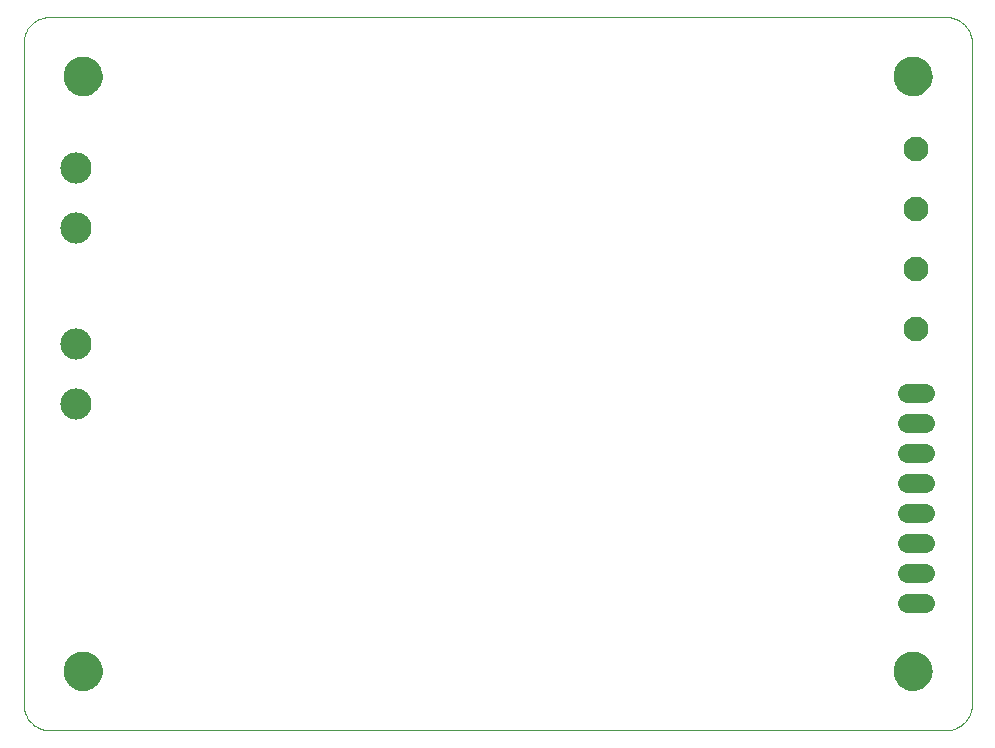
<source format=gbs>
G75*
G70*
%OFA0B0*%
%FSLAX24Y24*%
%IPPOS*%
%LPD*%
%AMOC8*
5,1,8,0,0,1.08239X$1,22.5*
%
%ADD10C,0.0000*%
%ADD11C,0.1300*%
%ADD12C,0.1040*%
%ADD13C,0.0827*%
%ADD14C,0.0634*%
D10*
X003736Y007660D02*
X033762Y007660D01*
X033763Y007660D02*
X033820Y007666D01*
X033877Y007676D01*
X033933Y007690D01*
X033988Y007708D01*
X034042Y007729D01*
X034094Y007754D01*
X034144Y007783D01*
X034192Y007815D01*
X034238Y007850D01*
X034282Y007888D01*
X034322Y007928D01*
X034360Y007972D01*
X034395Y008018D01*
X034427Y008066D01*
X034456Y008116D01*
X034481Y008168D01*
X034502Y008222D01*
X034520Y008277D01*
X034534Y008333D01*
X034544Y008390D01*
X034550Y008447D01*
X034550Y030637D01*
X034550Y030638D02*
X034544Y030695D01*
X034534Y030752D01*
X034520Y030808D01*
X034502Y030863D01*
X034481Y030917D01*
X034456Y030969D01*
X034427Y031019D01*
X034395Y031067D01*
X034360Y031113D01*
X034322Y031157D01*
X034282Y031197D01*
X034238Y031235D01*
X034192Y031270D01*
X034144Y031302D01*
X034094Y031331D01*
X034042Y031356D01*
X033988Y031377D01*
X033933Y031395D01*
X033877Y031409D01*
X033820Y031419D01*
X033763Y031425D01*
X033762Y031425D02*
X003736Y031425D01*
X003679Y031419D01*
X003622Y031409D01*
X003566Y031395D01*
X003511Y031377D01*
X003457Y031356D01*
X003405Y031331D01*
X003355Y031302D01*
X003307Y031270D01*
X003261Y031235D01*
X003217Y031197D01*
X003177Y031157D01*
X003139Y031113D01*
X003104Y031067D01*
X003072Y031019D01*
X003043Y030969D01*
X003018Y030917D01*
X002997Y030863D01*
X002979Y030808D01*
X002965Y030752D01*
X002955Y030695D01*
X002949Y030638D01*
X002949Y030637D02*
X002949Y008447D01*
X002955Y008390D01*
X002965Y008333D01*
X002979Y008277D01*
X002997Y008222D01*
X003018Y008168D01*
X003043Y008116D01*
X003072Y008066D01*
X003104Y008018D01*
X003139Y007972D01*
X003177Y007928D01*
X003217Y007888D01*
X003261Y007850D01*
X003307Y007815D01*
X003355Y007783D01*
X003405Y007754D01*
X003457Y007729D01*
X003511Y007708D01*
X003566Y007690D01*
X003622Y007676D01*
X003679Y007666D01*
X003736Y007660D01*
X004287Y009629D02*
X004289Y009679D01*
X004295Y009729D01*
X004305Y009778D01*
X004319Y009826D01*
X004336Y009873D01*
X004357Y009918D01*
X004382Y009962D01*
X004410Y010003D01*
X004442Y010042D01*
X004476Y010079D01*
X004513Y010113D01*
X004553Y010143D01*
X004595Y010170D01*
X004639Y010194D01*
X004685Y010215D01*
X004732Y010231D01*
X004780Y010244D01*
X004830Y010253D01*
X004879Y010258D01*
X004930Y010259D01*
X004980Y010256D01*
X005029Y010249D01*
X005078Y010238D01*
X005126Y010223D01*
X005172Y010205D01*
X005217Y010183D01*
X005260Y010157D01*
X005301Y010128D01*
X005340Y010096D01*
X005376Y010061D01*
X005408Y010023D01*
X005438Y009983D01*
X005465Y009940D01*
X005488Y009896D01*
X005507Y009850D01*
X005523Y009802D01*
X005535Y009753D01*
X005543Y009704D01*
X005547Y009654D01*
X005547Y009604D01*
X005543Y009554D01*
X005535Y009505D01*
X005523Y009456D01*
X005507Y009408D01*
X005488Y009362D01*
X005465Y009318D01*
X005438Y009275D01*
X005408Y009235D01*
X005376Y009197D01*
X005340Y009162D01*
X005301Y009130D01*
X005260Y009101D01*
X005217Y009075D01*
X005172Y009053D01*
X005126Y009035D01*
X005078Y009020D01*
X005029Y009009D01*
X004980Y009002D01*
X004930Y008999D01*
X004879Y009000D01*
X004830Y009005D01*
X004780Y009014D01*
X004732Y009027D01*
X004685Y009043D01*
X004639Y009064D01*
X004595Y009088D01*
X004553Y009115D01*
X004513Y009145D01*
X004476Y009179D01*
X004442Y009216D01*
X004410Y009255D01*
X004382Y009296D01*
X004357Y009340D01*
X004336Y009385D01*
X004319Y009432D01*
X004305Y009480D01*
X004295Y009529D01*
X004289Y009579D01*
X004287Y009629D01*
X004287Y029456D02*
X004289Y029506D01*
X004295Y029556D01*
X004305Y029605D01*
X004319Y029653D01*
X004336Y029700D01*
X004357Y029745D01*
X004382Y029789D01*
X004410Y029830D01*
X004442Y029869D01*
X004476Y029906D01*
X004513Y029940D01*
X004553Y029970D01*
X004595Y029997D01*
X004639Y030021D01*
X004685Y030042D01*
X004732Y030058D01*
X004780Y030071D01*
X004830Y030080D01*
X004879Y030085D01*
X004930Y030086D01*
X004980Y030083D01*
X005029Y030076D01*
X005078Y030065D01*
X005126Y030050D01*
X005172Y030032D01*
X005217Y030010D01*
X005260Y029984D01*
X005301Y029955D01*
X005340Y029923D01*
X005376Y029888D01*
X005408Y029850D01*
X005438Y029810D01*
X005465Y029767D01*
X005488Y029723D01*
X005507Y029677D01*
X005523Y029629D01*
X005535Y029580D01*
X005543Y029531D01*
X005547Y029481D01*
X005547Y029431D01*
X005543Y029381D01*
X005535Y029332D01*
X005523Y029283D01*
X005507Y029235D01*
X005488Y029189D01*
X005465Y029145D01*
X005438Y029102D01*
X005408Y029062D01*
X005376Y029024D01*
X005340Y028989D01*
X005301Y028957D01*
X005260Y028928D01*
X005217Y028902D01*
X005172Y028880D01*
X005126Y028862D01*
X005078Y028847D01*
X005029Y028836D01*
X004980Y028829D01*
X004930Y028826D01*
X004879Y028827D01*
X004830Y028832D01*
X004780Y028841D01*
X004732Y028854D01*
X004685Y028870D01*
X004639Y028891D01*
X004595Y028915D01*
X004553Y028942D01*
X004513Y028972D01*
X004476Y029006D01*
X004442Y029043D01*
X004410Y029082D01*
X004382Y029123D01*
X004357Y029167D01*
X004336Y029212D01*
X004319Y029259D01*
X004305Y029307D01*
X004295Y029356D01*
X004289Y029406D01*
X004287Y029456D01*
X031951Y029456D02*
X031953Y029506D01*
X031959Y029556D01*
X031969Y029605D01*
X031983Y029653D01*
X032000Y029700D01*
X032021Y029745D01*
X032046Y029789D01*
X032074Y029830D01*
X032106Y029869D01*
X032140Y029906D01*
X032177Y029940D01*
X032217Y029970D01*
X032259Y029997D01*
X032303Y030021D01*
X032349Y030042D01*
X032396Y030058D01*
X032444Y030071D01*
X032494Y030080D01*
X032543Y030085D01*
X032594Y030086D01*
X032644Y030083D01*
X032693Y030076D01*
X032742Y030065D01*
X032790Y030050D01*
X032836Y030032D01*
X032881Y030010D01*
X032924Y029984D01*
X032965Y029955D01*
X033004Y029923D01*
X033040Y029888D01*
X033072Y029850D01*
X033102Y029810D01*
X033129Y029767D01*
X033152Y029723D01*
X033171Y029677D01*
X033187Y029629D01*
X033199Y029580D01*
X033207Y029531D01*
X033211Y029481D01*
X033211Y029431D01*
X033207Y029381D01*
X033199Y029332D01*
X033187Y029283D01*
X033171Y029235D01*
X033152Y029189D01*
X033129Y029145D01*
X033102Y029102D01*
X033072Y029062D01*
X033040Y029024D01*
X033004Y028989D01*
X032965Y028957D01*
X032924Y028928D01*
X032881Y028902D01*
X032836Y028880D01*
X032790Y028862D01*
X032742Y028847D01*
X032693Y028836D01*
X032644Y028829D01*
X032594Y028826D01*
X032543Y028827D01*
X032494Y028832D01*
X032444Y028841D01*
X032396Y028854D01*
X032349Y028870D01*
X032303Y028891D01*
X032259Y028915D01*
X032217Y028942D01*
X032177Y028972D01*
X032140Y029006D01*
X032106Y029043D01*
X032074Y029082D01*
X032046Y029123D01*
X032021Y029167D01*
X032000Y029212D01*
X031983Y029259D01*
X031969Y029307D01*
X031959Y029356D01*
X031953Y029406D01*
X031951Y029456D01*
X031951Y009629D02*
X031953Y009679D01*
X031959Y009729D01*
X031969Y009778D01*
X031983Y009826D01*
X032000Y009873D01*
X032021Y009918D01*
X032046Y009962D01*
X032074Y010003D01*
X032106Y010042D01*
X032140Y010079D01*
X032177Y010113D01*
X032217Y010143D01*
X032259Y010170D01*
X032303Y010194D01*
X032349Y010215D01*
X032396Y010231D01*
X032444Y010244D01*
X032494Y010253D01*
X032543Y010258D01*
X032594Y010259D01*
X032644Y010256D01*
X032693Y010249D01*
X032742Y010238D01*
X032790Y010223D01*
X032836Y010205D01*
X032881Y010183D01*
X032924Y010157D01*
X032965Y010128D01*
X033004Y010096D01*
X033040Y010061D01*
X033072Y010023D01*
X033102Y009983D01*
X033129Y009940D01*
X033152Y009896D01*
X033171Y009850D01*
X033187Y009802D01*
X033199Y009753D01*
X033207Y009704D01*
X033211Y009654D01*
X033211Y009604D01*
X033207Y009554D01*
X033199Y009505D01*
X033187Y009456D01*
X033171Y009408D01*
X033152Y009362D01*
X033129Y009318D01*
X033102Y009275D01*
X033072Y009235D01*
X033040Y009197D01*
X033004Y009162D01*
X032965Y009130D01*
X032924Y009101D01*
X032881Y009075D01*
X032836Y009053D01*
X032790Y009035D01*
X032742Y009020D01*
X032693Y009009D01*
X032644Y009002D01*
X032594Y008999D01*
X032543Y009000D01*
X032494Y009005D01*
X032444Y009014D01*
X032396Y009027D01*
X032349Y009043D01*
X032303Y009064D01*
X032259Y009088D01*
X032217Y009115D01*
X032177Y009145D01*
X032140Y009179D01*
X032106Y009216D01*
X032074Y009255D01*
X032046Y009296D01*
X032021Y009340D01*
X032000Y009385D01*
X031983Y009432D01*
X031969Y009480D01*
X031959Y009529D01*
X031953Y009579D01*
X031951Y009629D01*
D11*
X032581Y009629D03*
X032581Y029456D03*
X004917Y029456D03*
X004917Y009629D03*
D12*
X004689Y018527D03*
X004689Y020527D03*
X004689Y024402D03*
X004689Y026402D03*
D13*
X032708Y027043D03*
X032708Y025043D03*
X032708Y023043D03*
X032708Y021043D03*
D14*
X032995Y018910D02*
X032402Y018910D01*
X032402Y017910D02*
X032995Y017910D01*
X032995Y016910D02*
X032402Y016910D01*
X032402Y015910D02*
X032995Y015910D01*
X032995Y014910D02*
X032402Y014910D01*
X032402Y013910D02*
X032995Y013910D01*
X032995Y012910D02*
X032402Y012910D01*
X032402Y011910D02*
X032995Y011910D01*
M02*

</source>
